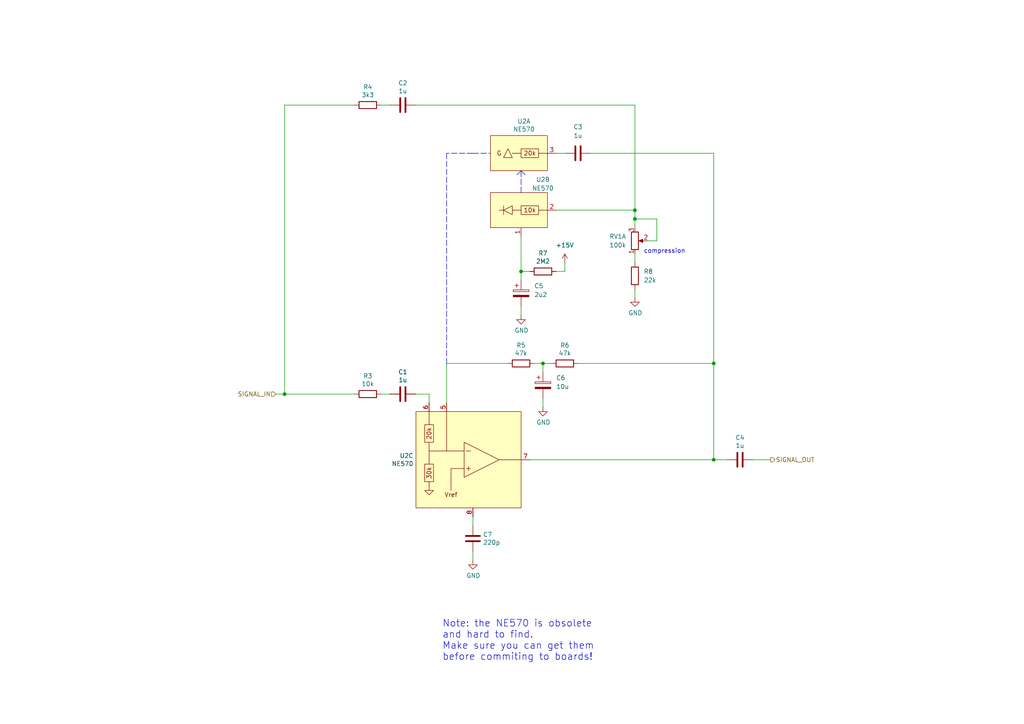
<source format=kicad_sch>
(kicad_sch (version 20211123) (generator eeschema)
  (paper "A4")
  (title_block (title "M.S.M. Stereo Lowpass Filter Pedal") (date "2023-04-15") (rev "0.1") (comment 2 "creativecommons.org/licenses/by/4.0") (comment 3 "License: CC by 4.0") (comment 4 "Author: Jordan Aceto"))
  (lib_symbols
    (symbol "Device:C" (pin_numbers hide) (pin_names (offset 0.254))
      (property "Reference" "C" (at 0.635 2.54 0))
      (property "Value" "C" (at 0.635 -2.54 0))
      (symbol "C_0_1"
        (polyline (pts (xy -2.032 -0.762) (xy 2.032 -0.762)) (stroke (width 0.508)))
        (polyline (pts (xy -2.032 0.762) (xy 2.032 0.762)) (stroke (width 0.508)))
      )
      (symbol "C_1_1"
        (pin passive line (at 0 3.81 270) (length 2.794) (name "~") (number "1"))
        (pin passive line (at 0 -3.81 90) (length 2.794) (name "~") (number "2"))
      )
    )
    (symbol "Device:C_Polarized" (pin_numbers hide) (pin_names (offset 0.254))
      (property "Reference" "C" (at 0.635 2.54 0))
      (property "Value" "C_Polarized" (at 0.635 -2.54 0))
      (symbol "C_Polarized_0_1"
        (rectangle (start -2.286 0.508) (end 2.286 1.016))
        (polyline (pts (xy -1.778 2.286) (xy -0.762 2.286)))
        (polyline (pts (xy -1.27 2.794) (xy -1.27 1.778)))
        (rectangle (start 2.286 -0.508) (end -2.286 -1.016) (fill (type outline)))
      )
      (symbol "C_Polarized_1_1"
        (pin passive line (at 0 3.81 270) (length 2.794) (name "~") (number "1"))
        (pin passive line (at 0 -3.81 90) (length 2.794) (name "~") (number "2"))
      )
    )
    (symbol "Device:R" (pin_numbers hide) (pin_names (offset 0))
      (property "Reference" "R" (at 2.032 0 90))
      (property "Value" "R" (at 0 0 90))
      (symbol "R_0_1"
        (rectangle (start -1.016 -2.54) (end 1.016 2.54) (stroke (width 0.254)))
      )
      (symbol "R_1_1"
        (pin passive line (at 0 3.81 270) (length 1.27) (name "~") (number "1"))
        (pin passive line (at 0 -3.81 90) (length 1.27) (name "~") (number "2"))
      )
    )
    (symbol "Device:R_Potentiometer_Dual_Separate" (pin_names (offset 1.016) hide)
      (property "Reference" "RV" (at -4.445 0 90))
      (property "Value" "R_Potentiometer_Dual_Separate" (at -2.54 0 90))
      (symbol "R_Potentiometer_Dual_Separate_0_1"
        (polyline (pts (xy 2.54 0) (xy 1.524 0)))
        (polyline (pts (xy 1.143 0) (xy 2.286 0.508) (xy 2.286 -0.508) (xy 1.143 0)) (fill (type outline)))
        (rectangle (start 1.016 2.54) (end -1.016 -2.54) (stroke (width 0.254)))
      )
      (symbol "R_Potentiometer_Dual_Separate_1_1"
        (pin passive line (at 0 3.81 270) (length 1.27) (name "1") (number "1"))
        (pin passive line (at 3.81 0 180) (length 1.27) (name "2") (number "2"))
        (pin passive line (at 0 -3.81 90) (length 1.27) (name "3") (number "3"))
      )
      (symbol "R_Potentiometer_Dual_Separate_2_1"
        (pin passive line (at 0 3.81 270) (length 1.27) (name "4") (number "4"))
        (pin passive line (at 3.81 0 180) (length 1.27) (name "5") (number "5"))
        (pin passive line (at 0 -3.81 90) (length 1.27) (name "6") (number "6"))
      )
    )
    (symbol "custom_symbols:NE570" (pin_names (offset 1.016))
      (property "Reference" "U2" (at 0.8382 9.271 0))
      (property "Value" "NE570" (at 0.8382 6.9596 0))
      (symbol "NE570_1_0"
        (polyline (pts (xy 0 0) (xy 2.54 0)))
        (text "20k" (at -2.54 0 0) (effects (font (size 1.27 1.27))))
      )
      (symbol "NE570_1_1"
        (rectangle (start -7.62 5.08) (end 8.89 -5.08) (fill (type background)))
        (polyline (pts (xy 2.54 -1.27) (xy 3.81 1.27) (xy 5.08 -1.27) (xy 2.54 -1.27)))
        (polyline (pts (xy -7.62 0) (xy -5.08 0) (xy -5.08 1.27) (xy 0 1.27) (xy 0 -1.27) (xy -5.08 -1.27) (xy -5.08 0)))
        (text "G" (at 6.35 0 0) (effects (font (size 1.27 1.27))))
        (pin input line (at -10.16 0 0) (length 2.54) (name "~") (number "3"))
      )
      (symbol "NE570_2_1"
        (rectangle (start -7.62 5.08) (end 8.89 -5.08) (fill (type background)))
        (polyline (pts (xy 5.08 0) (xy 6.35 0)))
        (polyline (pts (xy 5.08 1.27) (xy 5.08 -1.27)))
        (polyline (pts (xy 0 0) (xy 2.54 0) (xy 2.54 1.27) (xy 5.08 0) (xy 2.54 -1.27) (xy 2.54 0) (xy 2.54 -1.27)))
        (polyline (pts (xy -7.62 0) (xy -5.08 0) (xy -5.08 1.27) (xy -1.27 1.27) (xy 0 1.27) (xy 0 -1.27) (xy -5.08 -1.27) (xy -5.08 0)))
        (text "10k" (at -2.54 0 0) (effects (font (size 1.27 1.27))))
        (pin input line (at 0 -7.62 90) (length 2.54) (name "~") (number "1"))
        (pin input line (at -10.16 0 0) (length 2.54) (name "~") (number "2"))
      )
      (symbol "NE570_3_1"
        (rectangle (start -16.51 -13.97) (end 13.97 13.97) (fill (type background)))
        (polyline (pts (xy -12.7 10.16) (xy -12.7 13.97)))
        (polyline (pts (xy -7.62 2.54) (xy -7.62 13.97)))
        (polyline (pts (xy -1.905 -2.54) (xy -0.635 -2.54)))
        (polyline (pts (xy -1.905 2.54) (xy -0.635 2.54)))
        (polyline (pts (xy -1.27 -3.175) (xy -1.27 -1.905)))
        (polyline (pts (xy 7.62 0) (xy 10.16 0)))
        (polyline (pts (xy 10.16 0) (xy 13.97 0)))
        (polyline (pts (xy -2.54 -2.54) (xy -6.35 -2.54) (xy -6.35 -8.89)))
        (polyline (pts (xy -2.54 5.08) (xy -2.54 -5.08) (xy 7.62 0) (xy -2.54 5.08)))
        (polyline (pts (xy -12.7 -6.35) (xy -12.7 -8.89) (xy -13.97 -8.89) (xy -12.7 -10.16) (xy -11.43 -8.89) (xy -12.7 -8.89)))
        (polyline (pts (xy -12.7 2.54) (xy -12.7 5.08) (xy -13.97 5.08) (xy -13.97 10.16) (xy -11.43 10.16) (xy -11.43 5.08) (xy -12.7 5.08)))
        (polyline (pts (xy -2.54 2.54) (xy -12.7 2.54) (xy -12.7 -1.27) (xy -13.97 -1.27) (xy -13.97 -6.35) (xy -11.43 -6.35) (xy -11.43 -1.27) (xy -12.7 -1.27)))
        (text "20k" (at -12.7 7.62 900) (effects (font (size 1.27 1.27))))
        (text "30k" (at -12.7 -3.81 900) (effects (font (size 1.27 1.27))))
        (text "Vref" (at -6.35 -10.16 0) (effects (font (size 1.27 1.27))))
        (pin input line (at -7.62 16.51 270) (length 2.54) (name "~") (number "5"))
        (pin input line (at -12.7 16.51 270) (length 2.54) (name "~") (number "6"))
        (pin output line (at 16.51 0 180) (length 2.54) (name "~") (number "7"))
        (pin input line (at 0 -16.51 90) (length 2.54) (name "~") (number "8"))
      )
      (symbol "NE570_4_0"
        (polyline (pts (xy -7.62 0) (xy -5.08 0) (xy -5.08 1.27) (xy 0 1.27) (xy 0 -1.27) (xy -5.08 -1.27) (xy -5.08 0)))
      )
      (symbol "NE570_4_1"
        (rectangle (start -7.62 5.08) (end 8.89 -5.08) (fill (type background)))
        (polyline (pts (xy 0 0) (xy 2.54 0)))
        (polyline (pts (xy 2.54 -1.27) (xy 3.81 1.27) (xy 5.08 -1.27) (xy 2.54 -1.27)))
        (polyline (pts (xy -7.62 0) (xy -5.08 0) (xy -5.08 1.27) (xy 0 1.27) (xy 0 -1.27) (xy -5.08 -1.27) (xy -5.08 0)))
        (text "20k" (at -2.54 0 0) (effects (font (size 1.27 1.27))))
        (text "G" (at 6.35 0 0) (effects (font (size 1.27 1.27))))
        (pin input line (at -10.16 0 0) (length 2.54) (name "~") (number "14"))
      )
      (symbol "NE570_5_1"
        (rectangle (start -7.62 5.08) (end 8.89 -5.08) (fill (type background)))
        (polyline (pts (xy 5.08 0) (xy 6.35 0)))
        (polyline (pts (xy 5.08 1.27) (xy 5.08 -1.27)))
        (polyline (pts (xy 0 0) (xy 2.54 0) (xy 2.54 1.27) (xy 5.08 0) (xy 2.54 -1.27) (xy 2.54 0) (xy 2.54 -1.27)))
        (polyline (pts (xy -7.62 0) (xy -5.08 0) (xy -5.08 1.27) (xy -1.27 1.27) (xy 0 1.27) (xy 0 -1.27) (xy -5.08 -1.27) (xy -5.08 0)))
        (text "10k" (at -2.54 0 0) (effects (font (size 1.27 1.27))))
        (pin input line (at -10.16 0 0) (length 2.54) (name "~") (number "15"))
        (pin input line (at 0 -7.62 90) (length 2.54) (name "~") (number "16"))
      )
      (symbol "NE570_6_1"
        (rectangle (start -16.51 -13.97) (end 13.97 13.97) (fill (type background)))
        (polyline (pts (xy -12.7 10.16) (xy -12.7 13.97)))
        (polyline (pts (xy -7.62 2.54) (xy -7.62 13.97)))
        (polyline (pts (xy -1.905 -2.54) (xy -0.635 -2.54)))
        (polyline (pts (xy -1.905 2.54) (xy -0.635 2.54)))
        (polyline (pts (xy -1.27 -3.175) (xy -1.27 -1.905)))
        (polyline (pts (xy 7.62 0) (xy 13.97 0)))
        (polyline (pts (xy -2.54 -2.54) (xy -6.35 -2.54) (xy -6.35 -8.89)))
        (polyline (pts (xy -2.54 5.08) (xy -2.54 -5.08) (xy 7.62 0) (xy -2.54 5.08)))
        (polyline (pts (xy -12.7 -6.35) (xy -12.7 -8.89) (xy -13.97 -8.89) (xy -12.7 -10.16) (xy -11.43 -8.89) (xy -12.7 -8.89)))
        (polyline (pts (xy -12.7 2.54) (xy -12.7 5.08) (xy -13.97 5.08) (xy -13.97 10.16) (xy -11.43 10.16) (xy -11.43 5.08) (xy -12.7 5.08)))
        (polyline (pts (xy -2.54 2.54) (xy -12.7 2.54) (xy -12.7 -1.27) (xy -13.97 -1.27) (xy -13.97 -6.35) (xy -11.43 -6.35) (xy -11.43 -1.27) (xy -12.7 -1.27)))
        (text "20k" (at -12.7 7.62 900) (effects (font (size 1.27 1.27))))
        (text "30k" (at -12.7 -3.81 900) (effects (font (size 1.27 1.27))))
        (text "Vref" (at -6.35 -10.16 0) (effects (font (size 1.27 1.27))))
        (pin output line (at 16.51 0 180) (length 2.54) (name "~") (number "10"))
        (pin input line (at -12.7 16.51 270) (length 2.54) (name "~") (number "11"))
        (pin input line (at -7.62 16.51 270) (length 2.54) (name "~") (number "12"))
        (pin input line (at 0 -16.51 90) (length 2.54) (name "~") (number "9"))
      )
      (symbol "NE570_7_1"
        (pin power_in line (at 0 7.62 270) (length 2.54) (name "Vcc") (number "13"))
        (pin power_in line (at 0 -7.62 90) (length 2.54) (name "gnd") (number "4"))
      )
    )
    (symbol "power:+15V" (power) (pin_names (offset 0))
      (property "Value" "+15V" (at 0 3.556 0))
      (symbol "+15V_0_1"
        (polyline (pts (xy -0.762 1.27) (xy 0 2.54)))
        (polyline (pts (xy 0 0) (xy 0 2.54)))
        (polyline (pts (xy 0 2.54) (xy 0.762 1.27)))
      )
      (symbol "+15V_1_1"
        (pin power_in line (at 0 0 90) (length 0) hide (name "+15V") (number "1"))
      )
    )
    (symbol "power:GND" (power) (pin_names (offset 0))
      (property "Value" "GND" (at 0 -3.81 0))
      (symbol "GND_0_1"
        (polyline (pts (xy 0 0) (xy 0 -1.27) (xy 1.27 -1.27) (xy 0 -2.54) (xy -1.27 -1.27) (xy 0 -1.27)))
      )
      (symbol "GND_1_1"
        (pin power_in line (at 0 0 270) (length 0) hide (name "GND") (number "1"))
      )
    )
  )
  (junction (at 207.01 133.35))
  (junction (at 151.13 78.74))
  (junction (at 82.55 114.3))
  (junction (at 184.15 63.5))
  (junction (at 184.15 60.96))
  (junction (at 207.01 105.41))
  (junction (at 157.48 105.41))
  (wire (pts (xy 80.01 114.3) (xy 82.55 114.3)))
  (wire (pts (xy 153.67 78.74) (xy 151.13 78.74)))
  (polyline (pts (xy 151.13 49.53) (xy 149.86 50.8)))
  (wire (pts (xy 190.5 69.85) (xy 190.5 63.5)))
  (wire (pts (xy 161.29 44.45) (xy 163.83 44.45)))
  (wire (pts (xy 153.67 133.35) (xy 207.01 133.35)))
  (wire (pts (xy 163.83 76.2) (xy 163.83 78.74)))
  (wire (pts (xy 124.46 116.84) (xy 124.46 114.3)))
  (wire (pts (xy 102.87 30.48) (xy 82.55 30.48)))
  (polyline (pts (xy 129.54 44.45) (xy 129.54 105.41)))
  (wire (pts (xy 157.48 105.41) (xy 160.02 105.41)))
  (wire (pts (xy 184.15 60.96) (xy 184.15 63.5)))
  (polyline (pts (xy 151.13 49.53) (xy 152.4 50.8)))
  (wire (pts (xy 113.03 30.48) (xy 110.49 30.48)))
  (wire (pts (xy 82.55 30.48) (xy 82.55 114.3)))
  (polyline (pts (xy 137.16 44.45) (xy 129.54 44.45)))
  (wire (pts (xy 113.03 114.3) (xy 110.49 114.3)))
  (wire (pts (xy 163.83 78.74) (xy 161.29 78.74)))
  (wire (pts (xy 184.15 30.48) (xy 184.15 60.96)))
  (wire (pts (xy 151.13 81.28) (xy 151.13 78.74)))
  (wire (pts (xy 218.44 133.35) (xy 223.52 133.35)))
  (wire (pts (xy 184.15 73.66) (xy 184.15 76.2)))
  (wire (pts (xy 151.13 88.9) (xy 151.13 91.44)))
  (polyline (pts (xy 151.13 55.88) (xy 151.13 49.53)))
  (wire (pts (xy 154.94 105.41) (xy 157.48 105.41)))
  (polyline (pts (xy 137.16 44.45) (xy 142.24 44.45)))
  (wire (pts (xy 190.5 63.5) (xy 184.15 63.5)))
  (wire (pts (xy 157.48 107.95) (xy 157.48 105.41)))
  (wire (pts (xy 187.96 69.85) (xy 190.5 69.85)))
  (wire (pts (xy 184.15 63.5) (xy 184.15 66.04)))
  (wire (pts (xy 167.64 105.41) (xy 207.01 105.41)))
  (wire (pts (xy 184.15 83.82) (xy 184.15 86.36)))
  (wire (pts (xy 137.16 152.4) (xy 137.16 149.86)))
  (wire (pts (xy 157.48 115.57) (xy 157.48 118.11)))
  (wire (pts (xy 161.29 60.96) (xy 184.15 60.96)))
  (wire (pts (xy 137.16 160.02) (xy 137.16 162.56)))
  (wire (pts (xy 120.65 30.48) (xy 184.15 30.48)))
  (wire (pts (xy 124.46 114.3) (xy 120.65 114.3)))
  (wire (pts (xy 207.01 44.45) (xy 207.01 105.41)))
  (wire (pts (xy 171.45 44.45) (xy 207.01 44.45)))
  (wire (pts (xy 151.13 78.74) (xy 151.13 68.58)))
  (wire (pts (xy 129.54 105.41) (xy 129.54 116.84)))
  (wire (pts (xy 207.01 105.41) (xy 207.01 133.35)))
  (wire (pts (xy 207.01 133.35) (xy 210.82 133.35)))
  (wire (pts (xy 82.55 114.3) (xy 102.87 114.3)))
  (wire (pts (xy 129.54 105.41) (xy 147.32 105.41)))
  (text "compression" (at 186.69 73.66 0) (effects (font (size 1.27 1.27)) (justify left bottom)))
  (text "Note: the NE570 is obsolete \nand hard to find. \nMake sure you can get them \nbefore commiting to boards!" (at 128.27 191.77 0) (effects (font (size 2 2)) (justify left bottom)))
  (hierarchical_label "SIGNAL_OUT" (shape output) (at 223.52 133.35 0))
  (hierarchical_label "SIGNAL_IN" (shape input) (at 80.01 114.3 180))
  (symbol (lib_id "Device:C_Polarized") (at 151.13 85.09 0) (unit 1)
    (property "Reference" "C5" (at 154.94 82.9309 0) (effects (justify left)))
    (property "Value" "2u2" (at 154.94 85.4709 0) (effects (justify left)))
    (property "Footprint" "Capacitor_THT:CP_Radial_D6.3mm_P2.50mm" (effects hide))
  )
  (symbol (lib_id "Device:R") (at 106.68 30.48 270) (unit 1)
    (property "Reference" "R4" (at 106.68 25.2222 90))
    (property "Value" "3k3" (at 106.68 27.5336 90))
    (property "Footprint" "Resistor_SMD:R_0805_2012Metric" (effects hide))
  )
  (symbol (lib_id "power:GND") (at 184.15 86.36 0) (unit 1)
    (property "Reference" "#PWR0136" (effects hide))
    (property "Value" "GND" (at 184.277 90.7542 0))
  )
  (symbol (lib_id "Device:C") (at 167.64 44.45 90) (unit 1)
    (property "Reference" "C3" (at 167.64 36.83 90))
    (property "Value" "1u" (at 167.64 39.37 90))
    (property "Footprint" "Capacitor_THT:C_Rect_L7.2mm_W5.5mm_P5.00mm_FKS2_FKP2_MKS2_MKP2" (effects hide))
  )
  (symbol (lib_id "power:GND") (at 151.13 91.44 0) (unit 1)
    (property "Reference" "#PWR0142" (effects hide))
    (property "Value" "GND" (at 151.257 95.8342 0))
  )
  (symbol (lib_id "Device:R_Potentiometer_Dual_Separate") (at 184.15 69.85 0) (mirror x) (unit 1)
    (property "Reference" "RV1" (at 181.61 68.5799 0) (effects (justify right)))
    (property "Value" "100k" (at 181.61 71.1199 0) (effects (justify right)))
    (property "Footprint" "Potentiometer_THT:Potentiometer_Alpha_RD902F-40-00D_Dual_Vertical" (effects hide))
  )
  (symbol (lib_id "power:GND") (at 137.16 162.56 0) (unit 1)
    (property "Reference" "#PWR0140" (effects hide))
    (property "Value" "GND" (at 137.287 166.9542 0))
  )
  (symbol (lib_id "Device:R") (at 157.48 78.74 270) (unit 1)
    (property "Reference" "R7" (at 157.48 73.4822 90))
    (property "Value" "2M2" (at 157.48 75.7936 90))
    (property "Footprint" "Resistor_SMD:R_0805_2012Metric" (effects hide))
  )
  (symbol (lib_id "Device:C") (at 137.16 156.21 0) (unit 1)
    (property "Reference" "C7" (at 140.081 155.0416 0) (effects (justify left)))
    (property "Value" "220p" (at 140.081 157.353 0) (effects (justify left)))
    (property "Footprint" "Capacitor_SMD:C_0805_2012Metric" (effects hide))
  )
  (symbol (lib_id "power:+15V") (at 163.83 76.2 0) (unit 1)
    (property "Reference" "#PWR0134" (effects hide))
    (property "Value" "+15V" (at 163.83 71.12 0))
  )
  (symbol (lib_id "Device:R") (at 106.68 114.3 270) (unit 1)
    (property "Reference" "R3" (at 106.68 109.0422 90))
    (property "Value" "10k" (at 106.68 111.3536 90))
    (property "Footprint" "Resistor_SMD:R_0805_2012Metric" (effects hide))
  )
  (symbol (lib_id "Device:C") (at 116.84 30.48 270) (unit 1)
    (property "Reference" "C2" (at 116.84 24.0792 90))
    (property "Value" "1u" (at 116.84 26.3906 90))
    (property "Footprint" "Capacitor_THT:C_Rect_L7.2mm_W5.5mm_P5.00mm_FKS2_FKP2_MKS2_MKP2" (effects hide))
  )
  (symbol (lib_id "custom_symbols:NE570") (at 137.16 133.35 0) (unit 3)
    (property "Reference" "U2" (at 119.9388 132.1816 0) (effects (justify right)))
    (property "Value" "NE570" (at 119.9388 134.493 0) (effects (justify right)))
    (property "Footprint" "Package_DIP:DIP-16_W7.62mm_Socket" (effects hide))
  )
  (symbol (lib_id "custom_symbols:NE570") (at 151.13 60.96 0) (mirror y) (unit 2)
    (property "Reference" "U2" (at 157.48 52.07 0))
    (property "Value" "NE570" (at 157.48 54.61 0))
    (property "Footprint" "Package_DIP:DIP-16_W7.62mm_Socket" (effects hide))
  )
  (symbol (lib_id "Device:C") (at 214.63 133.35 270) (unit 1)
    (property "Reference" "C4" (at 214.63 126.9492 90))
    (property "Value" "1u" (at 214.63 129.2606 90))
    (property "Footprint" "Capacitor_THT:C_Rect_L7.2mm_W5.5mm_P5.00mm_FKS2_FKP2_MKS2_MKP2" (effects hide))
  )
  (symbol (lib_id "Device:R") (at 151.13 105.41 270) (unit 1)
    (property "Reference" "R5" (at 151.13 100.1522 90))
    (property "Value" "47k" (at 151.13 102.4636 90))
    (property "Footprint" "Resistor_SMD:R_0805_2012Metric" (effects hide))
  )
  (symbol (lib_id "Device:R") (at 163.83 105.41 270) (unit 1)
    (property "Reference" "R6" (at 163.83 100.1522 90))
    (property "Value" "47k" (at 163.83 102.4636 90))
    (property "Footprint" "Resistor_SMD:R_0805_2012Metric" (effects hide))
  )
  (symbol (lib_id "Device:R") (at 184.15 80.01 0) (unit 1)
    (property "Reference" "R8" (at 186.69 78.7399 0) (effects (justify left)))
    (property "Value" "22k" (at 186.69 81.2799 0) (effects (justify left)))
    (property "Footprint" "Resistor_SMD:R_0805_2012Metric" (effects hide))
  )
  (symbol (lib_id "power:GND") (at 157.48 118.11 0) (unit 1)
    (property "Reference" "#PWR0139" (effects hide))
    (property "Value" "GND" (at 157.607 122.5042 0))
  )
  (symbol (lib_id "custom_symbols:NE570") (at 151.13 44.45 0) (mirror y) (unit 1)
    (property "Reference" "U2" (at 151.9682 35.179 0))
    (property "Value" "NE570" (at 151.9682 37.4904 0))
    (property "Footprint" "Package_DIP:DIP-16_W7.62mm_Socket" (effects hide))
  )
  (symbol (lib_id "Device:C") (at 116.84 114.3 270) (unit 1)
    (property "Reference" "C1" (at 116.84 107.8992 90))
    (property "Value" "1u" (at 116.84 110.2106 90))
    (property "Footprint" "Capacitor_THT:C_Rect_L7.2mm_W5.5mm_P5.00mm_FKS2_FKP2_MKS2_MKP2" (effects hide))
  )
  (symbol (lib_id "Device:C_Polarized") (at 157.48 111.76 0) (unit 1)
    (property "Reference" "C6" (at 161.29 109.6009 0) (effects (justify left)))
    (property "Value" "10u" (at 161.29 112.1409 0) (effects (justify left)))
    (property "Footprint" "Capacitor_THT:CP_Radial_D6.3mm_P2.50mm" (effects hide))
  )
)
</source>
